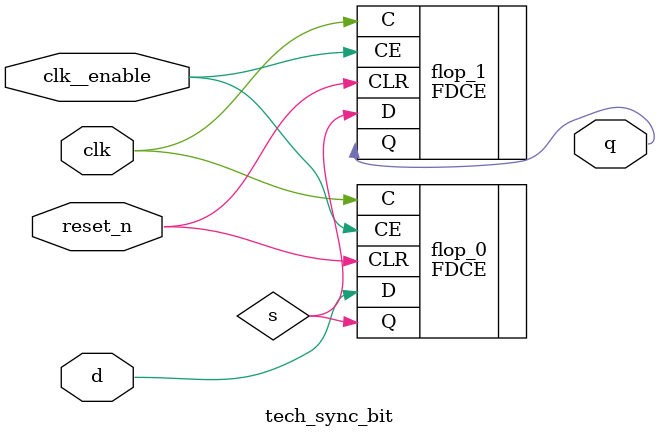
<source format=v>
module tech_sync_flop( input       clk,
                      input        clk__enable,
                      input        reset_n,
                      input        d,
                      output       q
                               );
    (*  ASYNC_REG = "TRUE",  shreg_extract = "no"   *)
    FDCE  #(
        .INIT(0),
        .IS_CLR_INVERTED(1)
    ) flop (
        .R (reset_n),
        .C (clk),
        .CE (clk__enable),
        .D (d),
        .Q (q)
    );
endmodule // tech_sync_flop

module tech_sync_bit( input       clk,
                      input        clk__enable,
                      input        reset_n,
                      input        d,
                      output       q
                               );
    (*  ASYNC_REG = "TRUE",  shreg_extract = "no"   *)
    FDCE  #(
        .INIT(0),
        .IS_CLR_INVERTED(1)
    ) flop_0 (
        .CLR (reset_n),
        .C (clk),
        .CE (clk__enable),
        .D (d),
        .Q (s)
    );
    (*  ASYNC_REG = "TRUE",  shreg_extract = "no"   *)
    FDCE  #(
        .INIT(0),
        .IS_CLR_INVERTED(1)
    ) flop_1 (
        .CLR (reset_n),
        .C (clk),
        .CE (clk__enable),
        .D (s),
        .Q (q)
    );
endmodule // tech_sync_bit


</source>
